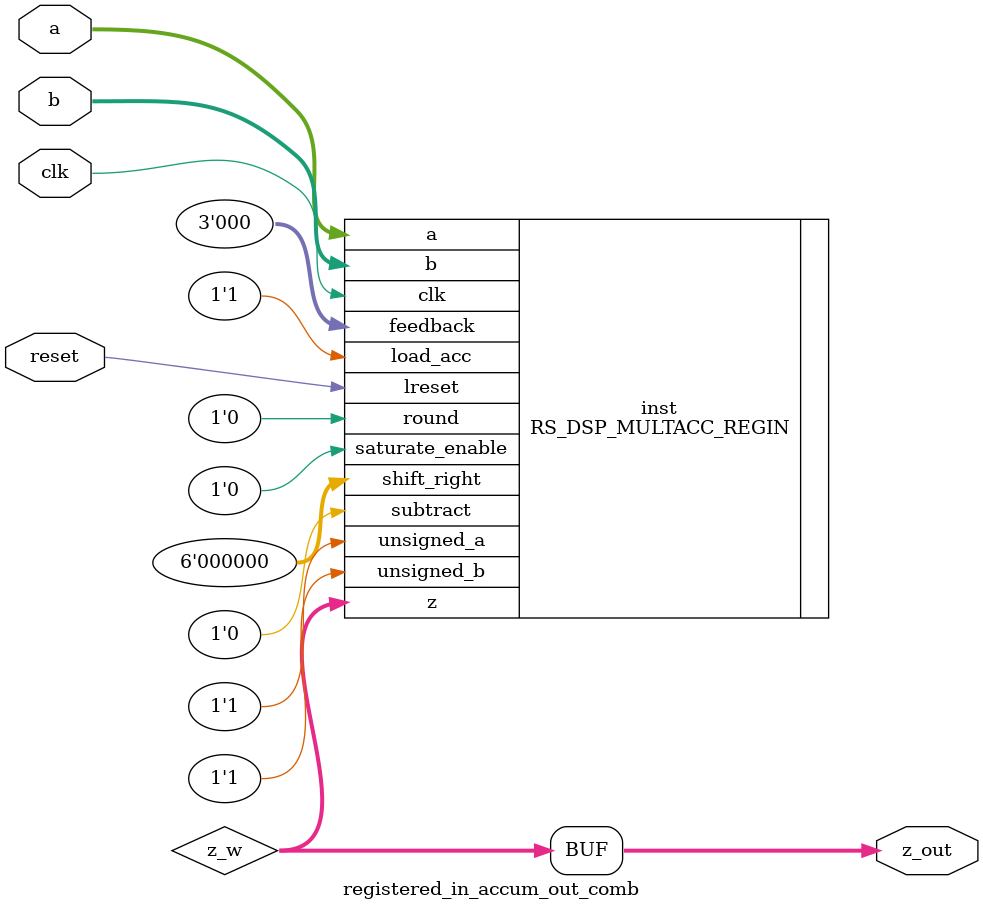
<source format=v>
module registered_in_accum_out_comb (
	input  wire [19:0] a,
    input  wire [17:0] b,
	input wire clk, reset,
    output wire [37:0] z_out
    );

    parameter [79:0] MODE_BITS = 80'd0;
    
    wire [37:0] z_w;
	RS_DSP_MULTACC_REGIN #(
    .MODE_BITS(80'h00000000000000000000)) 
        inst(.a(a), .b(b), .z(z_w),. clk(clk), .lreset(reset),. load_acc(1'b1) ,. feedback(3'b0), 
        .unsigned_a(1'b1), .unsigned_b(1'b1), . saturate_enable(1'b0),. shift_right(6'b0),
        . round(1'b0),.subtract(1'b0));
	
    assign z_out = z_w;

endmodule
</source>
